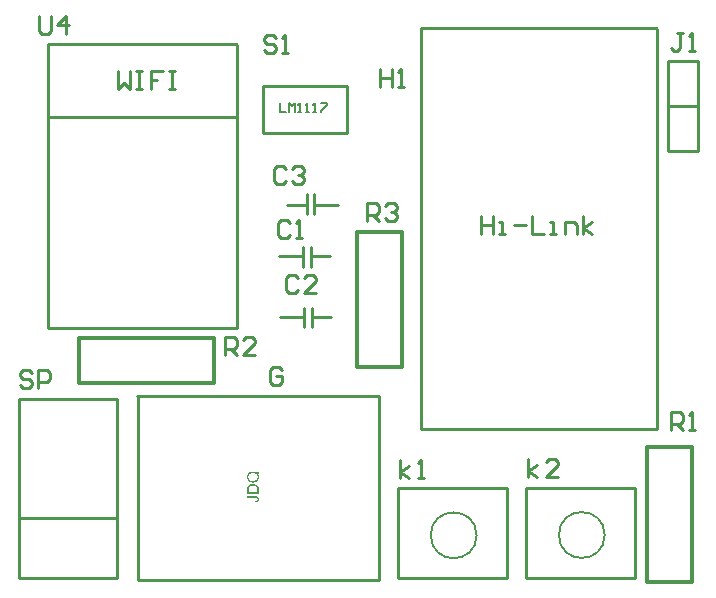
<source format=gto>
G04 Layer_Color=65535*
%FSLAX24Y24*%
%MOIN*%
G70*
G01*
G75*
%ADD14C,0.0100*%
%ADD25C,0.0083*%
%ADD26C,0.0120*%
%ADD27C,0.0050*%
G36*
X8332Y3772D02*
X8336D01*
X8347Y3772D01*
X8359Y3770D01*
X8372Y3768D01*
X8385Y3765D01*
X8398Y3762D01*
X8399D01*
X8400Y3762D01*
X8402Y3761D01*
X8404Y3760D01*
X8410Y3758D01*
X8418Y3755D01*
X8427Y3752D01*
X8436Y3747D01*
X8445Y3742D01*
X8454Y3736D01*
X8455Y3735D01*
X8458Y3733D01*
X8462Y3730D01*
X8467Y3725D01*
X8472Y3720D01*
X8478Y3714D01*
X8484Y3708D01*
X8489Y3701D01*
X8490Y3700D01*
X8491Y3698D01*
X8493Y3694D01*
X8496Y3688D01*
X8499Y3682D01*
X8502Y3674D01*
X8506Y3665D01*
X8508Y3655D01*
Y3654D01*
Y3654D01*
X8509Y3652D01*
X8509Y3651D01*
X8510Y3645D01*
X8511Y3637D01*
X8512Y3628D01*
X8513Y3618D01*
X8514Y3606D01*
X8514Y3593D01*
Y3455D01*
X8130D01*
Y3587D01*
Y3588D01*
Y3589D01*
Y3592D01*
Y3594D01*
Y3598D01*
Y3603D01*
X8131Y3613D01*
X8132Y3624D01*
X8133Y3635D01*
X8134Y3646D01*
X8136Y3656D01*
Y3656D01*
X8137Y3657D01*
Y3659D01*
X8138Y3661D01*
X8139Y3667D01*
X8142Y3675D01*
X8146Y3684D01*
X8151Y3693D01*
X8156Y3703D01*
X8164Y3712D01*
X8164Y3712D01*
X8165Y3713D01*
X8166Y3714D01*
X8168Y3717D01*
X8174Y3722D01*
X8181Y3729D01*
X8191Y3736D01*
X8202Y3744D01*
X8215Y3751D01*
X8229Y3757D01*
X8230D01*
X8231Y3758D01*
X8233Y3759D01*
X8236Y3759D01*
X8240Y3761D01*
X8245Y3762D01*
X8250Y3763D01*
X8256Y3765D01*
X8262Y3767D01*
X8269Y3768D01*
X8285Y3770D01*
X8302Y3772D01*
X8321Y3773D01*
X8328D01*
X8332Y3772D01*
D02*
G37*
G36*
X8405Y3371D02*
X8409D01*
X8420Y3370D01*
X8432Y3369D01*
X8445Y3367D01*
X8456Y3364D01*
X8467Y3360D01*
X8468D01*
X8468Y3359D01*
X8472Y3358D01*
X8476Y3355D01*
X8482Y3351D01*
X8488Y3345D01*
X8495Y3339D01*
X8502Y3331D01*
X8507Y3323D01*
X8508Y3321D01*
X8509Y3318D01*
X8512Y3313D01*
X8514Y3306D01*
X8517Y3297D01*
X8519Y3287D01*
X8521Y3276D01*
X8521Y3264D01*
Y3263D01*
Y3261D01*
Y3259D01*
X8521Y3255D01*
X8520Y3251D01*
X8519Y3246D01*
X8517Y3235D01*
X8514Y3223D01*
X8509Y3210D01*
X8506Y3203D01*
X8502Y3197D01*
X8497Y3192D01*
X8492Y3186D01*
X8492Y3185D01*
X8491Y3185D01*
X8489Y3184D01*
X8487Y3182D01*
X8484Y3180D01*
X8480Y3178D01*
X8476Y3175D01*
X8471Y3173D01*
X8465Y3170D01*
X8458Y3168D01*
X8452Y3166D01*
X8444Y3164D01*
X8436Y3163D01*
X8426Y3161D01*
X8417Y3160D01*
X8406D01*
X8400Y3207D01*
X8403D01*
X8407Y3207D01*
X8410Y3208D01*
X8414D01*
X8423Y3209D01*
X8433Y3211D01*
X8443Y3214D01*
X8452Y3218D01*
X8456Y3220D01*
X8460Y3223D01*
X8460Y3223D01*
X8462Y3225D01*
X8465Y3229D01*
X8467Y3233D01*
X8471Y3239D01*
X8473Y3246D01*
X8475Y3254D01*
X8476Y3263D01*
Y3264D01*
Y3266D01*
X8475Y3270D01*
X8475Y3275D01*
X8473Y3280D01*
X8472Y3285D01*
X8470Y3291D01*
X8467Y3296D01*
X8467Y3297D01*
X8466Y3299D01*
X8463Y3301D01*
X8461Y3304D01*
X8457Y3307D01*
X8453Y3310D01*
X8449Y3313D01*
X8443Y3315D01*
X8443D01*
X8441Y3316D01*
X8437Y3317D01*
X8432Y3318D01*
X8425Y3319D01*
X8417Y3320D01*
X8407Y3321D01*
X8130D01*
Y3372D01*
X8400D01*
X8405Y3371D01*
D02*
G37*
G36*
X8544Y4184D02*
Y4183D01*
X8544Y4182D01*
X8543Y4180D01*
X8542Y4177D01*
X8540Y4173D01*
X8538Y4168D01*
X8536Y4163D01*
X8533Y4158D01*
X8526Y4146D01*
X8518Y4132D01*
X8508Y4117D01*
X8497Y4101D01*
Y4101D01*
X8498Y4100D01*
X8499Y4097D01*
X8501Y4094D01*
X8503Y4090D01*
X8505Y4085D01*
X8507Y4080D01*
X8509Y4073D01*
X8511Y4067D01*
X8513Y4060D01*
X8517Y4043D01*
X8520Y4026D01*
X8521Y4016D01*
X8521Y4007D01*
Y4006D01*
Y4005D01*
Y4002D01*
X8521Y3998D01*
Y3994D01*
X8520Y3988D01*
X8519Y3982D01*
X8518Y3975D01*
X8515Y3961D01*
X8511Y3945D01*
X8504Y3928D01*
X8501Y3920D01*
X8496Y3912D01*
X8496Y3911D01*
X8495Y3910D01*
X8493Y3908D01*
X8492Y3905D01*
X8489Y3901D01*
X8486Y3898D01*
X8478Y3888D01*
X8468Y3878D01*
X8456Y3867D01*
X8442Y3856D01*
X8426Y3847D01*
X8425D01*
X8423Y3846D01*
X8421Y3845D01*
X8418Y3844D01*
X8413Y3842D01*
X8408Y3840D01*
X8402Y3838D01*
X8396Y3836D01*
X8389Y3834D01*
X8381Y3831D01*
X8372Y3830D01*
X8363Y3828D01*
X8344Y3825D01*
X8323Y3824D01*
X8317D01*
X8314Y3825D01*
X8309D01*
X8302Y3825D01*
X8296Y3826D01*
X8289Y3827D01*
X8273Y3830D01*
X8255Y3834D01*
X8237Y3839D01*
X8219Y3847D01*
X8219Y3848D01*
X8217Y3848D01*
X8215Y3849D01*
X8211Y3851D01*
X8208Y3854D01*
X8203Y3856D01*
X8193Y3864D01*
X8181Y3873D01*
X8170Y3885D01*
X8158Y3898D01*
X8148Y3913D01*
X8148Y3913D01*
X8147Y3915D01*
X8146Y3917D01*
X8144Y3920D01*
X8143Y3924D01*
X8140Y3929D01*
X8138Y3934D01*
X8136Y3940D01*
X8134Y3947D01*
X8132Y3955D01*
X8128Y3971D01*
X8125Y3989D01*
X8124Y3998D01*
Y4008D01*
Y4009D01*
Y4010D01*
Y4013D01*
X8124Y4017D01*
Y4022D01*
X8125Y4027D01*
X8126Y4033D01*
X8127Y4040D01*
X8130Y4055D01*
X8134Y4071D01*
X8141Y4087D01*
X8145Y4096D01*
X8149Y4104D01*
X8150Y4105D01*
X8150Y4106D01*
X8152Y4108D01*
X8154Y4111D01*
X8156Y4115D01*
X8160Y4119D01*
X8168Y4128D01*
X8178Y4138D01*
X8190Y4149D01*
X8204Y4160D01*
X8220Y4169D01*
X8221D01*
X8223Y4170D01*
X8225Y4171D01*
X8228Y4172D01*
X8233Y4174D01*
X8238Y4176D01*
X8244Y4178D01*
X8250Y4181D01*
X8258Y4182D01*
X8265Y4184D01*
X8274Y4187D01*
X8282Y4188D01*
X8302Y4191D01*
X8322Y4192D01*
X8330D01*
X8335Y4191D01*
X8340D01*
X8345Y4191D01*
X8351Y4190D01*
X8364Y4188D01*
X8379Y4186D01*
X8393Y4182D01*
X8408Y4177D01*
X8408D01*
X8410Y4177D01*
X8412Y4176D01*
X8414Y4174D01*
X8417Y4173D01*
X8421Y4171D01*
X8430Y4167D01*
X8441Y4161D01*
X8452Y4153D01*
X8463Y4144D01*
X8474Y4134D01*
Y4135D01*
X8475Y4136D01*
X8476Y4137D01*
X8478Y4140D01*
X8480Y4143D01*
X8482Y4147D01*
X8487Y4155D01*
X8493Y4165D01*
X8499Y4176D01*
X8504Y4188D01*
X8509Y4199D01*
X8544Y4184D01*
D02*
G37*
%LPC*%
G36*
X8320Y3720D02*
X8314D01*
X8310Y3720D01*
X8305D01*
X8299Y3719D01*
X8292Y3719D01*
X8286Y3718D01*
X8271Y3715D01*
X8255Y3712D01*
X8241Y3707D01*
X8234Y3704D01*
X8228Y3700D01*
X8227D01*
X8226Y3699D01*
X8224Y3698D01*
X8222Y3697D01*
X8216Y3693D01*
X8210Y3687D01*
X8203Y3680D01*
X8195Y3672D01*
X8189Y3662D01*
X8184Y3652D01*
X8184Y3651D01*
X8183Y3648D01*
X8181Y3643D01*
X8180Y3636D01*
X8179Y3627D01*
X8177Y3616D01*
X8176Y3609D01*
Y3602D01*
X8176Y3595D01*
Y3587D01*
Y3506D01*
X8469D01*
Y3588D01*
Y3588D01*
Y3589D01*
Y3592D01*
Y3594D01*
Y3597D01*
X8468Y3601D01*
X8468Y3609D01*
X8467Y3619D01*
X8466Y3629D01*
X8465Y3639D01*
X8462Y3647D01*
X8462Y3648D01*
X8461Y3651D01*
X8460Y3655D01*
X8457Y3660D01*
X8454Y3666D01*
X8451Y3671D01*
X8447Y3677D01*
X8442Y3682D01*
X8441Y3683D01*
X8439Y3685D01*
X8435Y3688D01*
X8430Y3692D01*
X8422Y3697D01*
X8414Y3702D01*
X8405Y3706D01*
X8394Y3710D01*
X8393D01*
X8392Y3710D01*
X8391Y3711D01*
X8389Y3712D01*
X8386Y3712D01*
X8382Y3713D01*
X8378Y3714D01*
X8374Y3715D01*
X8362Y3717D01*
X8350Y3719D01*
X8335Y3720D01*
X8320Y3720D01*
D02*
G37*
G36*
X8323Y4139D02*
X8315D01*
X8311Y4139D01*
X8306D01*
X8301Y4138D01*
X8295Y4137D01*
X8282Y4136D01*
X8269Y4133D01*
X8255Y4129D01*
X8241Y4123D01*
X8241D01*
X8240Y4123D01*
X8238Y4122D01*
X8236Y4121D01*
X8229Y4117D01*
X8221Y4112D01*
X8213Y4105D01*
X8204Y4097D01*
X8195Y4087D01*
X8187Y4077D01*
Y4076D01*
X8186Y4076D01*
X8185Y4074D01*
X8184Y4071D01*
X8183Y4068D01*
X8181Y4065D01*
X8177Y4057D01*
X8174Y4047D01*
X8170Y4035D01*
X8168Y4022D01*
X8168Y4008D01*
Y4007D01*
Y4006D01*
Y4002D01*
X8168Y3999D01*
X8169Y3994D01*
X8170Y3988D01*
X8171Y3982D01*
X8173Y3975D01*
X8175Y3967D01*
X8177Y3960D01*
X8180Y3952D01*
X8184Y3944D01*
X8189Y3936D01*
X8194Y3929D01*
X8200Y3921D01*
X8207Y3914D01*
X8208Y3913D01*
X8209Y3912D01*
X8211Y3910D01*
X8214Y3908D01*
X8218Y3905D01*
X8223Y3902D01*
X8229Y3899D01*
X8236Y3895D01*
X8244Y3891D01*
X8253Y3888D01*
X8262Y3885D01*
X8273Y3883D01*
X8284Y3880D01*
X8296Y3878D01*
X8309Y3877D01*
X8323Y3876D01*
X8330D01*
X8335Y3877D01*
X8341Y3878D01*
X8349Y3879D01*
X8357Y3880D01*
X8365Y3881D01*
X8384Y3885D01*
X8393Y3888D01*
X8403Y3892D01*
X8412Y3896D01*
X8421Y3901D01*
X8430Y3906D01*
X8438Y3913D01*
X8438Y3914D01*
X8440Y3915D01*
X8442Y3917D01*
X8444Y3920D01*
X8447Y3924D01*
X8451Y3928D01*
X8454Y3933D01*
X8458Y3939D01*
X8462Y3945D01*
X8465Y3952D01*
X8468Y3960D01*
X8472Y3969D01*
X8474Y3978D01*
X8476Y3987D01*
X8477Y3997D01*
X8478Y4008D01*
Y4009D01*
Y4009D01*
Y4011D01*
Y4013D01*
X8477Y4018D01*
X8477Y4025D01*
X8476Y4033D01*
X8473Y4041D01*
X8471Y4051D01*
X8468Y4060D01*
X8467Y4058D01*
X8465Y4056D01*
X8462Y4051D01*
X8459Y4045D01*
X8456Y4037D01*
X8452Y4028D01*
X8448Y4019D01*
X8446Y4009D01*
X8409Y4022D01*
Y4022D01*
X8410Y4024D01*
X8410Y4026D01*
X8411Y4029D01*
X8412Y4033D01*
X8414Y4037D01*
X8418Y4047D01*
X8423Y4059D01*
X8430Y4071D01*
X8437Y4083D01*
X8446Y4095D01*
X8445Y4095D01*
X8444Y4097D01*
X8441Y4099D01*
X8438Y4102D01*
X8433Y4105D01*
X8428Y4109D01*
X8422Y4113D01*
X8415Y4117D01*
X8407Y4121D01*
X8397Y4125D01*
X8387Y4129D01*
X8377Y4132D01*
X8365Y4136D01*
X8352Y4138D01*
X8338Y4139D01*
X8323Y4139D01*
D02*
G37*
%LPD*%
D14*
X23140Y16860D02*
Y17860D01*
X22140D02*
X23140D01*
X22140Y17110D02*
Y17860D01*
X23140Y14860D02*
Y16860D01*
X22140Y14860D02*
Y17110D01*
Y14860D02*
X23140D01*
X22140Y16360D02*
X23140D01*
X8640Y17040D02*
X11440D01*
X8640Y15490D02*
Y17040D01*
Y15490D02*
X11440D01*
Y17040D01*
X506Y656D02*
Y6624D01*
Y2640D02*
X3774D01*
X506Y656D02*
X3774D01*
Y6624D01*
X506D02*
X3774D01*
X1630Y15997D02*
X4980D01*
X1473Y11380D02*
Y12330D01*
X7772Y8987D02*
Y11380D01*
X1473Y8987D02*
X1474Y8989D01*
X1630D01*
X4980D02*
X7770D01*
X1473Y8991D02*
Y11380D01*
X1630Y8989D02*
X4980D01*
X1473Y12330D02*
Y18423D01*
X1488Y18438D01*
X1630D01*
X7772Y11380D02*
Y18422D01*
X7755Y18438D02*
X7772Y18422D01*
X4980Y18438D02*
X7755D01*
X1630D02*
X4980D01*
Y15997D02*
X7754D01*
X1490D02*
X1630D01*
X10410Y13080D02*
X11160D01*
X10110Y12780D02*
Y13430D01*
X9710Y13080D02*
X10110D01*
X10360Y12780D02*
Y13430D01*
X9460Y13080D02*
X9710D01*
X17428Y3650D02*
X21050D01*
X17428Y658D02*
Y3650D01*
X21050Y658D02*
Y3650D01*
X17468Y658D02*
X21050D01*
X13198Y648D02*
X16780D01*
Y3640D01*
X13158Y648D02*
Y3640D01*
X16780D01*
X13913Y5600D02*
X21787D01*
Y18396D02*
Y18948D01*
X21749Y18986D02*
X21787Y18948D01*
X13913Y18986D02*
X21749D01*
X21787Y5600D02*
Y18396D01*
X13913Y5600D02*
Y18986D01*
X10680Y9350D02*
X10930D01*
X10030Y9000D02*
Y9650D01*
X10280Y9350D02*
X10680D01*
X10280Y9000D02*
Y9650D01*
X9230Y9350D02*
X9980D01*
X9190Y11360D02*
X9940D01*
X10240Y11010D02*
Y11660D01*
Y11360D02*
X10640D01*
X9990Y11010D02*
Y11660D01*
X10640Y11360D02*
X10890D01*
X4494Y6466D02*
Y6680D01*
X4464Y6709D02*
X12524D01*
X4494Y574D02*
Y6466D01*
Y574D02*
X12524D01*
Y6709D01*
X22660Y18810D02*
X22460D01*
X22560D01*
Y18310D01*
X22460Y18210D01*
X22360D01*
X22260Y18310D01*
X22860Y18210D02*
X23060D01*
X22960D01*
Y18810D01*
X22860Y18710D01*
X9280Y7570D02*
X9180Y7670D01*
X8980D01*
X8880Y7570D01*
Y7170D01*
X8980Y7070D01*
X9180D01*
X9280Y7170D01*
Y7370D01*
X9080D01*
X13205Y3985D02*
Y4585D01*
Y4185D02*
X13505Y4385D01*
X13205Y4185D02*
X13505Y3985D01*
X13805D02*
X14005D01*
X13905D01*
Y4585D01*
X13805Y4485D01*
X17475Y3995D02*
Y4595D01*
Y4195D02*
X17775Y4395D01*
X17475Y4195D02*
X17775Y3995D01*
X18475D02*
X18075D01*
X18475Y4395D01*
Y4495D01*
X18375Y4595D01*
X18175D01*
X18075Y4495D01*
X9085Y18635D02*
X8985Y18735D01*
X8785D01*
X8685Y18635D01*
Y18535D01*
X8785Y18435D01*
X8985D01*
X9085Y18335D01*
Y18235D01*
X8985Y18135D01*
X8785D01*
X8685Y18235D01*
X9285Y18135D02*
X9485D01*
X9385D01*
Y18735D01*
X9285Y18635D01*
X1195Y19385D02*
Y18885D01*
X1295Y18785D01*
X1495D01*
X1595Y18885D01*
Y19385D01*
X2095Y18785D02*
Y19385D01*
X1795Y19085D01*
X2195D01*
X9560Y12480D02*
X9460Y12580D01*
X9260D01*
X9160Y12480D01*
Y12080D01*
X9260Y11980D01*
X9460D01*
X9560Y12080D01*
X9760Y11980D02*
X9960D01*
X9860D01*
Y12580D01*
X9760Y12480D01*
X9810Y10630D02*
X9710Y10730D01*
X9510D01*
X9410Y10630D01*
Y10230D01*
X9510Y10130D01*
X9710D01*
X9810Y10230D01*
X10410Y10130D02*
X10010D01*
X10410Y10530D01*
Y10630D01*
X10310Y10730D01*
X10110D01*
X10010Y10630D01*
X9430Y14280D02*
X9330Y14380D01*
X9130D01*
X9030Y14280D01*
Y13880D01*
X9130Y13780D01*
X9330D01*
X9430Y13880D01*
X9630Y14280D02*
X9730Y14380D01*
X9930D01*
X10030Y14280D01*
Y14180D01*
X9930Y14080D01*
X9830D01*
X9930D01*
X10030Y13980D01*
Y13880D01*
X9930Y13780D01*
X9730D01*
X9630Y13880D01*
X22270Y5590D02*
Y6190D01*
X22570D01*
X22670Y6090D01*
Y5890D01*
X22570Y5790D01*
X22270D01*
X22470D02*
X22670Y5590D01*
X22870D02*
X23070D01*
X22970D01*
Y6190D01*
X22870Y6090D01*
X7390Y8090D02*
Y8690D01*
X7690D01*
X7790Y8590D01*
Y8390D01*
X7690Y8290D01*
X7390D01*
X7590D02*
X7790Y8090D01*
X8390D02*
X7990D01*
X8390Y8490D01*
Y8590D01*
X8290Y8690D01*
X8090D01*
X7990Y8590D01*
X12120Y12530D02*
Y13130D01*
X12420D01*
X12520Y13030D01*
Y12830D01*
X12420Y12730D01*
X12120D01*
X12320D02*
X12520Y12530D01*
X12720Y13030D02*
X12820Y13130D01*
X13020D01*
X13120Y13030D01*
Y12930D01*
X13020Y12830D01*
X12920D01*
X13020D01*
X13120Y12730D01*
Y12630D01*
X13020Y12530D01*
X12820D01*
X12720Y12630D01*
X12546Y17620D02*
Y17020D01*
Y17320D01*
X12946D01*
Y17620D01*
Y17020D01*
X13146D02*
X13345D01*
X13246D01*
Y17620D01*
X13146Y17520D01*
X955Y7475D02*
X855Y7575D01*
X655D01*
X555Y7475D01*
Y7375D01*
X655Y7275D01*
X855D01*
X955Y7175D01*
Y7075D01*
X855Y6975D01*
X655D01*
X555Y7075D01*
X1155Y6975D02*
Y7575D01*
X1455D01*
X1555Y7475D01*
Y7275D01*
X1455Y7175D01*
X1155D01*
X3830Y17530D02*
Y16930D01*
X4030Y17130D01*
X4230Y16930D01*
Y17530D01*
X4430D02*
X4630D01*
X4530D01*
Y16930D01*
X4430D01*
X4630D01*
X5330Y17530D02*
X4930D01*
Y17230D01*
X5130D01*
X4930D01*
Y16930D01*
X5529Y17530D02*
X5729D01*
X5629D01*
Y16930D01*
X5529D01*
X5729D01*
X15926Y12700D02*
Y12100D01*
Y12400D01*
X16326D01*
Y12700D01*
Y12100D01*
X16526D02*
X16725D01*
X16626D01*
Y12500D01*
X16526D01*
X17025Y12400D02*
X17425D01*
X17625Y12700D02*
Y12100D01*
X18025D01*
X18225D02*
X18425D01*
X18325D01*
Y12500D01*
X18225D01*
X18725Y12100D02*
Y12500D01*
X19025D01*
X19125Y12400D01*
Y12100D01*
X19325D02*
Y12700D01*
Y12300D02*
X19625Y12500D01*
X19325Y12300D02*
X19625Y12100D01*
D25*
X20043Y2075D02*
G03*
X20043Y2075I-764J0D01*
G01*
X15773Y2065D02*
G03*
X15773Y2065I-764J0D01*
G01*
D26*
X22960Y510D02*
Y5010D01*
X21460D02*
X22960D01*
X21460Y510D02*
Y5010D01*
Y510D02*
X22960D01*
X11790Y7680D02*
Y12180D01*
Y7680D02*
X13290D01*
Y12180D01*
X11790D02*
X13290D01*
X7020Y7130D02*
Y8630D01*
X2520Y7130D02*
X7020D01*
X2520D02*
Y8630D01*
X7020D01*
D27*
X9231Y16461D02*
Y16161D01*
X9431D01*
X9531D02*
Y16461D01*
X9631Y16361D01*
X9731Y16461D01*
Y16161D01*
X9831D02*
X9931D01*
X9881D01*
Y16461D01*
X9831Y16411D01*
X10081Y16161D02*
X10181D01*
X10131D01*
Y16461D01*
X10081Y16411D01*
X10331Y16161D02*
X10431D01*
X10381D01*
Y16461D01*
X10331Y16411D01*
X10581Y16461D02*
X10781D01*
Y16411D01*
X10581Y16211D01*
Y16161D01*
M02*

</source>
